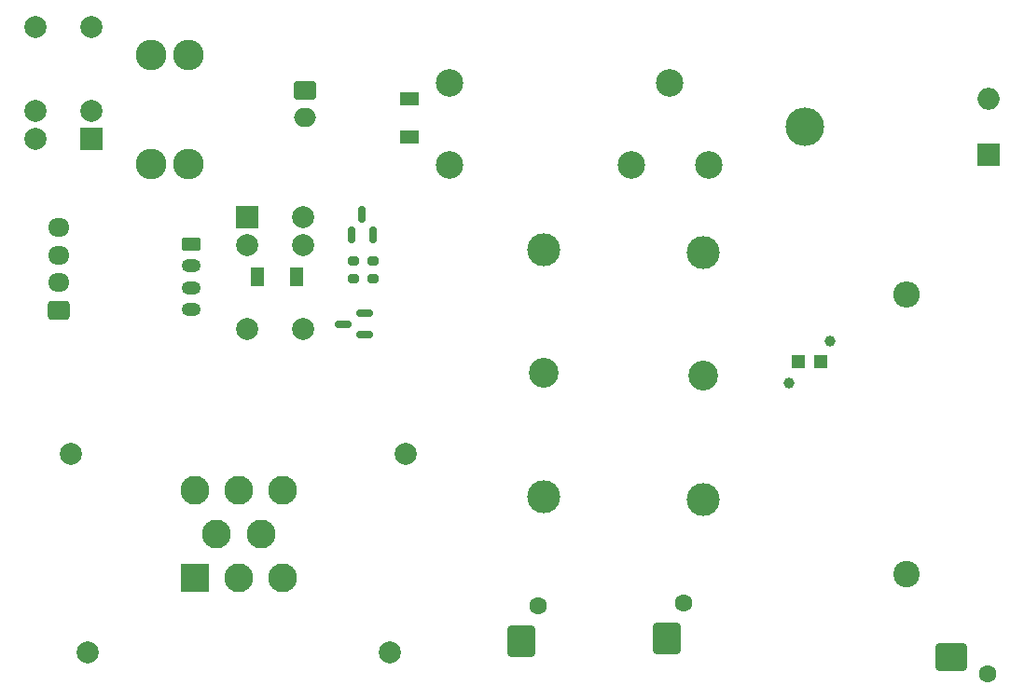
<source format=gbr>
%TF.GenerationSoftware,KiCad,Pcbnew,(6.0.1)*%
%TF.CreationDate,2022-02-14T12:04:50-05:00*%
%TF.ProjectId,pacman_side_2,7061636d-616e-45f7-9369-64655f322e6b,rev?*%
%TF.SameCoordinates,Original*%
%TF.FileFunction,Soldermask,Bot*%
%TF.FilePolarity,Negative*%
%FSLAX46Y46*%
G04 Gerber Fmt 4.6, Leading zero omitted, Abs format (unit mm)*
G04 Created by KiCad (PCBNEW (6.0.1)) date 2022-02-14 12:04:50*
%MOMM*%
%LPD*%
G01*
G04 APERTURE LIST*
G04 Aperture macros list*
%AMRoundRect*
0 Rectangle with rounded corners*
0 $1 Rounding radius*
0 $2 $3 $4 $5 $6 $7 $8 $9 X,Y pos of 4 corners*
0 Add a 4 corners polygon primitive as box body*
4,1,4,$2,$3,$4,$5,$6,$7,$8,$9,$2,$3,0*
0 Add four circle primitives for the rounded corners*
1,1,$1+$1,$2,$3*
1,1,$1+$1,$4,$5*
1,1,$1+$1,$6,$7*
1,1,$1+$1,$8,$9*
0 Add four rect primitives between the rounded corners*
20,1,$1+$1,$2,$3,$4,$5,0*
20,1,$1+$1,$4,$5,$6,$7,0*
20,1,$1+$1,$6,$7,$8,$9,0*
20,1,$1+$1,$8,$9,$2,$3,0*%
G04 Aperture macros list end*
%ADD10RoundRect,0.250000X-0.625000X0.350000X-0.625000X-0.350000X0.625000X-0.350000X0.625000X0.350000X0*%
%ADD11O,1.750000X1.200000*%
%ADD12R,2.000000X2.000000*%
%ADD13C,2.000000*%
%ADD14C,2.500000*%
%ADD15C,2.780000*%
%ADD16RoundRect,0.250000X0.725000X-0.600000X0.725000X0.600000X-0.725000X0.600000X-0.725000X-0.600000X0*%
%ADD17O,1.950000X1.700000*%
%ADD18O,3.500000X3.500000*%
%ADD19O,2.000000X2.000000*%
%ADD20C,1.600000*%
%ADD21RoundRect,0.250000X1.150000X-0.980000X1.150000X0.980000X-1.150000X0.980000X-1.150000X-0.980000X0*%
%ADD22RoundRect,0.250000X-0.750000X0.600000X-0.750000X-0.600000X0.750000X-0.600000X0.750000X0.600000X0*%
%ADD23O,2.000000X1.700000*%
%ADD24C,2.700000*%
%ADD25C,3.000000*%
%ADD26RoundRect,0.250000X0.980000X1.150000X-0.980000X1.150000X-0.980000X-1.150000X0.980000X-1.150000X0*%
%ADD27R,2.625000X2.625000*%
%ADD28C,2.625000*%
%ADD29RoundRect,0.150000X0.150000X-0.587500X0.150000X0.587500X-0.150000X0.587500X-0.150000X-0.587500X0*%
%ADD30R,1.700000X1.300000*%
%ADD31C,1.000000*%
%ADD32R,1.200000X1.200000*%
%ADD33RoundRect,0.200000X-0.275000X0.200000X-0.275000X-0.200000X0.275000X-0.200000X0.275000X0.200000X0*%
%ADD34R,1.300000X1.700000*%
%ADD35RoundRect,0.150000X0.587500X0.150000X-0.587500X0.150000X-0.587500X-0.150000X0.587500X-0.150000X0*%
%ADD36C,2.400000*%
%ADD37O,2.400000X2.400000*%
G04 APERTURE END LIST*
D10*
%TO.C,J9*%
X107061000Y-84773000D03*
D11*
X107061000Y-86773000D03*
X107061000Y-88773000D03*
X107061000Y-90773000D03*
%TD*%
D12*
%TO.C,K3*%
X97972500Y-75268500D03*
D13*
X97972500Y-72728500D03*
X97972500Y-65108500D03*
X92892500Y-65108500D03*
X92892500Y-72728500D03*
X92892500Y-75268500D03*
%TD*%
D14*
%TO.C,K1*%
X147000000Y-77621000D03*
X130500000Y-70121000D03*
X150500000Y-70121000D03*
X130500000Y-77621000D03*
X154000000Y-77621000D03*
%TD*%
D15*
%TO.C,F3*%
X106765000Y-77521000D03*
X103365000Y-77521000D03*
X103365000Y-67601000D03*
X106765000Y-67601000D03*
%TD*%
D16*
%TO.C,J2*%
X95040000Y-90811000D03*
D17*
X95040000Y-88311000D03*
X95040000Y-85811000D03*
X95040000Y-83311000D03*
%TD*%
D18*
%TO.C,R3*%
X162750000Y-74168000D03*
D12*
X179410000Y-76708000D03*
D19*
X179410000Y-71628000D03*
%TD*%
D20*
%TO.C,J3*%
X179315000Y-123811000D03*
D21*
X176065000Y-122311000D03*
%TD*%
D22*
%TO.C,J6*%
X117340000Y-70811000D03*
D23*
X117340000Y-73311000D03*
%TD*%
D24*
%TO.C,F2*%
X153513000Y-96779000D03*
D25*
X153513000Y-85529000D03*
X153513000Y-108029000D03*
%TD*%
D24*
%TO.C,F1*%
X139035000Y-96525000D03*
D25*
X139035000Y-85275000D03*
X139035000Y-107775000D03*
%TD*%
D20*
%TO.C,J4*%
X151711000Y-117405000D03*
D26*
X150211000Y-120655000D03*
%TD*%
D20*
%TO.C,J5*%
X138503000Y-117659000D03*
D26*
X137003000Y-120909000D03*
%TD*%
D12*
%TO.C,K2*%
X112157500Y-82353500D03*
D13*
X112157500Y-84893500D03*
X112157500Y-92513500D03*
X117237500Y-92513500D03*
X117237500Y-84893500D03*
X117237500Y-82353500D03*
%TD*%
%TO.C,J1*%
X97649000Y-121930000D03*
X125049000Y-121930000D03*
X126549000Y-103830000D03*
X96149000Y-103830000D03*
D27*
X107349000Y-115130000D03*
D28*
X111349000Y-115130000D03*
X115349000Y-115130000D03*
X109349000Y-111130000D03*
X113349000Y-111130000D03*
X107349000Y-107130000D03*
X111349000Y-107130000D03*
X115349000Y-107130000D03*
%TD*%
D29*
%TO.C,Q2*%
X123515000Y-83956310D03*
X121615000Y-83956310D03*
X122565000Y-82081310D03*
%TD*%
D30*
%TO.C,D3*%
X126815000Y-71561000D03*
X126815000Y-75061000D03*
%TD*%
D31*
%TO.C,D1*%
X161275000Y-97399000D03*
X165055000Y-93619000D03*
D32*
X162115000Y-95509000D03*
X164215000Y-95509000D03*
%TD*%
D33*
%TO.C,R5*%
X123513000Y-86302000D03*
X123513000Y-87952000D03*
%TD*%
D34*
%TO.C,D4*%
X113065000Y-87811000D03*
X116565000Y-87811000D03*
%TD*%
D35*
%TO.C,D5*%
X122752500Y-91111000D03*
X122752500Y-93011000D03*
X120877500Y-92061000D03*
%TD*%
D36*
%TO.C,R1*%
X171958000Y-114808000D03*
D37*
X171958000Y-89408000D03*
%TD*%
D33*
%TO.C,R6*%
X121763000Y-86302000D03*
X121763000Y-87952000D03*
%TD*%
M02*

</source>
